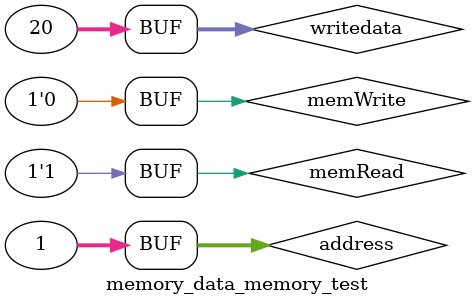
<source format=v>
`timescale 1ns / 1ps


module memory_data_memory_test;

	// Inputs
	reg memWrite;
	reg memRead;
	reg [31:0] address;
	reg [31:0] writedata;

	// Outputs
	wire [31:0] readdata;

	// Instantiate the Unit Under Test (UUT)
	memory_data_memory uut (
		.memWrite(memWrite), 
		.memRead(memRead), 
		.address(address), 
		.writedata(writedata), 
		.readdata(readdata)
	);

	initial begin
		// Initialize Inputs
		memWrite = 0;
		memRead = 0;
		address = 0;
		writedata = 100;

		// Wait 100 ns for global reset to finish
		#100;
		memWrite = 1;
		
		#100;
		address = 1;
		writedata = 20;
		
		#100;
		memWrite = 0;
		memRead = 1;
		address = 0;
		
		#100;
		address = 1;
        
		// Add stimulus here

	end
      
endmodule


</source>
